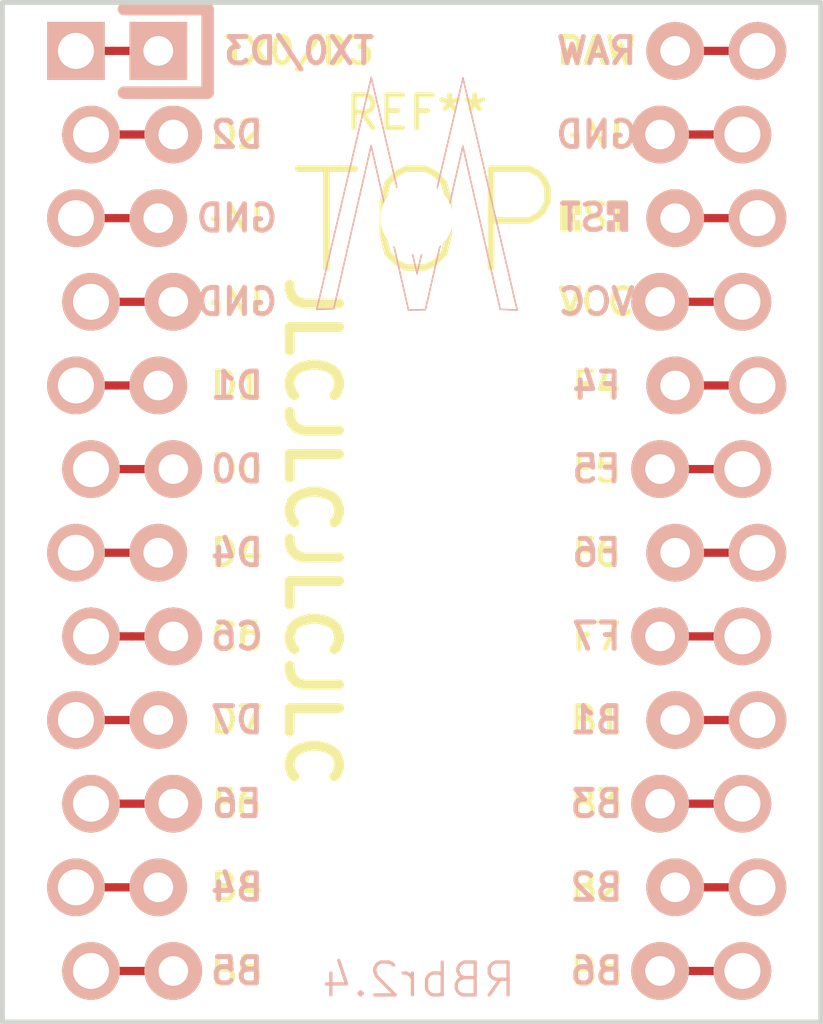
<source format=kicad_pcb>
(kicad_pcb (version 20171130) (host pcbnew 5.1.4+dfsg1-1~bpo10+1)

  (general
    (thickness 1.6)
    (drawings 22)
    (tracks 35)
    (zones 0)
    (modules 3)
    (nets 25)
  )

  (page A4)
  (layers
    (0 F.Cu signal)
    (31 B.Cu signal)
    (32 B.Adhes user)
    (33 F.Adhes user)
    (34 B.Paste user)
    (35 F.Paste user)
    (36 B.SilkS user)
    (37 F.SilkS user)
    (38 B.Mask user)
    (39 F.Mask user)
    (40 Dwgs.User user)
    (41 Cmts.User user)
    (42 Eco1.User user)
    (43 Eco2.User user)
    (44 Edge.Cuts user)
    (45 Margin user)
    (46 B.CrtYd user)
    (47 F.CrtYd user)
    (48 B.Fab user)
    (49 F.Fab user)
  )

  (setup
    (last_trace_width 0.25)
    (trace_clearance 0.2)
    (zone_clearance 0.508)
    (zone_45_only no)
    (trace_min 0.2)
    (via_size 0.8)
    (via_drill 0.4)
    (via_min_size 0.4)
    (via_min_drill 0.3)
    (uvia_size 0.3)
    (uvia_drill 0.1)
    (uvias_allowed no)
    (uvia_min_size 0.2)
    (uvia_min_drill 0.1)
    (edge_width 0.1)
    (segment_width 0.2)
    (pcb_text_width 0.3)
    (pcb_text_size 1.5 1.5)
    (mod_edge_width 0.15)
    (mod_text_size 1 1)
    (mod_text_width 0.15)
    (pad_size 1.7526 1.7526)
    (pad_drill 0.9)
    (pad_to_mask_clearance 0)
    (aux_axis_origin 0 0)
    (visible_elements 7FFFFFFF)
    (pcbplotparams
      (layerselection 0x010f0_ffffffff)
      (usegerberextensions false)
      (usegerberattributes false)
      (usegerberadvancedattributes false)
      (creategerberjobfile false)
      (excludeedgelayer true)
      (linewidth 0.100000)
      (plotframeref false)
      (viasonmask false)
      (mode 1)
      (useauxorigin false)
      (hpglpennumber 1)
      (hpglpenspeed 20)
      (hpglpendiameter 15.000000)
      (psnegative false)
      (psa4output false)
      (plotreference true)
      (plotvalue true)
      (plotinvisibletext false)
      (padsonsilk false)
      (subtractmaskfromsilk false)
      (outputformat 1)
      (mirror false)
      (drillshape 0)
      (scaleselection 1)
      (outputdirectory "../../gerbers/"))
  )

  (net 0 "")
  (net 1 "Net-(U1-Pad24)")
  (net 2 "Net-(U1-Pad12)")
  (net 3 "Net-(U1-Pad23)")
  (net 4 "Net-(U1-Pad22)")
  (net 5 "Net-(U1-Pad21)")
  (net 6 "Net-(U1-Pad20)")
  (net 7 "Net-(U1-Pad19)")
  (net 8 "Net-(U1-Pad18)")
  (net 9 "Net-(U1-Pad17)")
  (net 10 "Net-(U1-Pad16)")
  (net 11 "Net-(U1-Pad15)")
  (net 12 "Net-(U1-Pad14)")
  (net 13 "Net-(U1-Pad13)")
  (net 14 "Net-(U1-Pad11)")
  (net 15 "Net-(U1-Pad10)")
  (net 16 "Net-(U1-Pad9)")
  (net 17 "Net-(U1-Pad8)")
  (net 18 "Net-(U1-Pad7)")
  (net 19 "Net-(U1-Pad6)")
  (net 20 "Net-(U1-Pad5)")
  (net 21 "Net-(U1-Pad4)")
  (net 22 "Net-(U1-Pad3)")
  (net 23 "Net-(U1-Pad2)")
  (net 24 "Net-(U1-Pad1)")

  (net_class Default "This is the default net class."
    (clearance 0.2)
    (trace_width 0.25)
    (via_dia 0.8)
    (via_drill 0.4)
    (uvia_dia 0.3)
    (uvia_drill 0.1)
    (add_net "Net-(U1-Pad1)")
    (add_net "Net-(U1-Pad10)")
    (add_net "Net-(U1-Pad11)")
    (add_net "Net-(U1-Pad12)")
    (add_net "Net-(U1-Pad13)")
    (add_net "Net-(U1-Pad14)")
    (add_net "Net-(U1-Pad15)")
    (add_net "Net-(U1-Pad16)")
    (add_net "Net-(U1-Pad17)")
    (add_net "Net-(U1-Pad18)")
    (add_net "Net-(U1-Pad19)")
    (add_net "Net-(U1-Pad2)")
    (add_net "Net-(U1-Pad20)")
    (add_net "Net-(U1-Pad21)")
    (add_net "Net-(U1-Pad22)")
    (add_net "Net-(U1-Pad23)")
    (add_net "Net-(U1-Pad24)")
    (add_net "Net-(U1-Pad3)")
    (add_net "Net-(U1-Pad4)")
    (add_net "Net-(U1-Pad5)")
    (add_net "Net-(U1-Pad6)")
    (add_net "Net-(U1-Pad7)")
    (add_net "Net-(U1-Pad8)")
    (add_net "Net-(U1-Pad9)")
  )

  (module MountingHole:MountingHole_2.2mm_M2 (layer F.Cu) (tedit 56D1B4CB) (tstamp 5EE6C205)
    (at 89.68 59.41)
    (descr "Mounting Hole 2.2mm, no annular, M2")
    (tags "mounting hole 2.2mm no annular m2")
    (attr virtual)
    (fp_text reference REF** (at 0 -3.2) (layer F.SilkS)
      (effects (font (size 1 1) (thickness 0.15)))
    )
    (fp_text value MountingHole_2.2mm_M2 (at 0 3.2) (layer F.Fab)
      (effects (font (size 1 1) (thickness 0.15)))
    )
    (fp_circle (center 0 0) (end 2.45 0) (layer F.CrtYd) (width 0.05))
    (fp_circle (center 0 0) (end 2.2 0) (layer Cmts.User) (width 0.15))
    (fp_text user %R (at 0.3 0) (layer F.Fab)
      (effects (font (size 1 1) (thickness 0.15)))
    )
    (pad 1 np_thru_hole circle (at 0 0) (size 2.2 2.2) (drill 2.2) (layers *.Cu *.Mask))
  )

  (module Keebio-Parts:ArduinoProMicro-Mini-USB-ZigZag (layer F.Cu) (tedit 5ED5C83B) (tstamp 5EADD8E0)
    (at 89.68 68.3 270)
    (path /5E9394F7)
    (fp_text reference U2 (at 0 1.125 90) (layer F.SilkS) hide
      (effects (font (size 1.27 1.524) (thickness 0.2032)))
    )
    (fp_text value ProMicro (at 0 -1 90) (layer F.SilkS) hide
      (effects (font (size 1.27 1.524) (thickness 0.2032)))
    )
    (pad 24 thru_hole circle (at -13.97 -10.3486 270) (size 1.7526 1.7526) (drill 1.0922) (layers *.Cu *.SilkS *.Mask)
      (net 1 "Net-(U1-Pad24)"))
    (pad 12 thru_hole circle (at 13.97 9.8914 270) (size 1.7526 1.7526) (drill 1.0922) (layers *.Cu *.SilkS *.Mask)
      (net 2 "Net-(U1-Pad12)"))
    (pad 23 thru_hole circle (at -11.43 -9.8914 270) (size 1.7526 1.7526) (drill 1.0922) (layers *.Cu *.SilkS *.Mask)
      (net 3 "Net-(U1-Pad23)"))
    (pad 22 thru_hole circle (at -8.89 -10.3486 270) (size 1.7526 1.7526) (drill 1.0922) (layers *.Cu *.SilkS *.Mask)
      (net 4 "Net-(U1-Pad22)"))
    (pad 21 thru_hole circle (at -6.35 -9.8914 270) (size 1.7526 1.7526) (drill 1.0922) (layers *.Cu *.SilkS *.Mask)
      (net 5 "Net-(U1-Pad21)"))
    (pad 20 thru_hole circle (at -3.81 -10.3486 270) (size 1.7526 1.7526) (drill 1.0922) (layers *.Cu *.SilkS *.Mask)
      (net 6 "Net-(U1-Pad20)"))
    (pad 19 thru_hole circle (at -1.27 -9.8914 270) (size 1.7526 1.7526) (drill 1.0922) (layers *.Cu *.SilkS *.Mask)
      (net 7 "Net-(U1-Pad19)"))
    (pad 18 thru_hole circle (at 1.27 -10.3486 270) (size 1.7526 1.7526) (drill 1.0922) (layers *.Cu *.SilkS *.Mask)
      (net 8 "Net-(U1-Pad18)"))
    (pad 17 thru_hole circle (at 3.81 -9.8914 270) (size 1.7526 1.7526) (drill 1.0922) (layers *.Cu *.SilkS *.Mask)
      (net 9 "Net-(U1-Pad17)"))
    (pad 16 thru_hole circle (at 6.35 -10.3486 270) (size 1.7526 1.7526) (drill 1.0922) (layers *.Cu *.SilkS *.Mask)
      (net 10 "Net-(U1-Pad16)"))
    (pad 15 thru_hole circle (at 8.89 -9.8914 270) (size 1.7526 1.7526) (drill 1.0922) (layers *.Cu *.SilkS *.Mask)
      (net 11 "Net-(U1-Pad15)"))
    (pad 14 thru_hole circle (at 11.43 -10.3486 270) (size 1.7526 1.7526) (drill 1.0922) (layers *.Cu *.SilkS *.Mask)
      (net 12 "Net-(U1-Pad14)"))
    (pad 13 thru_hole circle (at 13.97 -9.8914 270) (size 1.7526 1.7526) (drill 1.0922) (layers *.Cu *.SilkS *.Mask)
      (net 13 "Net-(U1-Pad13)"))
    (pad 11 thru_hole circle (at 11.43 10.3486 270) (size 1.7526 1.7526) (drill 1.0922) (layers *.Cu *.SilkS *.Mask)
      (net 14 "Net-(U1-Pad11)"))
    (pad 10 thru_hole circle (at 8.89 9.8914 270) (size 1.7526 1.7526) (drill 1.0922) (layers *.Cu *.SilkS *.Mask)
      (net 15 "Net-(U1-Pad10)"))
    (pad 9 thru_hole circle (at 6.35 10.3486 270) (size 1.7526 1.7526) (drill 1.0922) (layers *.Cu *.SilkS *.Mask)
      (net 16 "Net-(U1-Pad9)"))
    (pad 8 thru_hole circle (at 3.81 9.8914 270) (size 1.7526 1.7526) (drill 1.0922) (layers *.Cu *.SilkS *.Mask)
      (net 17 "Net-(U1-Pad8)"))
    (pad 7 thru_hole circle (at 1.27 10.3486 270) (size 1.7526 1.7526) (drill 1.0922) (layers *.Cu *.SilkS *.Mask)
      (net 18 "Net-(U1-Pad7)"))
    (pad 6 thru_hole circle (at -1.27 9.8914 270) (size 1.7526 1.7526) (drill 1.0922) (layers *.Cu *.SilkS *.Mask)
      (net 19 "Net-(U1-Pad6)"))
    (pad 5 thru_hole circle (at -3.81 10.3486 270) (size 1.7526 1.7526) (drill 1.0922) (layers *.Cu *.SilkS *.Mask)
      (net 20 "Net-(U1-Pad5)"))
    (pad 4 thru_hole circle (at -6.35 9.8914 270) (size 1.7526 1.7526) (drill 1.0922) (layers *.Cu *.SilkS *.Mask)
      (net 21 "Net-(U1-Pad4)"))
    (pad 3 thru_hole circle (at -8.89 10.3486 270) (size 1.7526 1.7526) (drill 1.0922) (layers *.Cu *.SilkS *.Mask)
      (net 22 "Net-(U1-Pad3)"))
    (pad 2 thru_hole circle (at -11.43 9.8914 270) (size 1.7526 1.7526) (drill 1.0922) (layers *.Cu *.SilkS *.Mask)
      (net 23 "Net-(U1-Pad2)"))
    (pad 1 thru_hole rect (at -13.97 10.3486 270) (size 1.7526 1.7526) (drill 1.0922) (layers *.Cu *.SilkS *.Mask)
      (net 24 "Net-(U1-Pad1)"))
  )

  (module Keebio-Parts:ArduinoProMicro-ZigZag (layer F.Cu) (tedit 5EE66D71) (tstamp 5EAE4D75)
    (at 89.68 68.3 270)
    (path /5E939961)
    (fp_text reference U1 (at 0 1.625 270) (layer F.SilkS) hide
      (effects (font (size 1 1) (thickness 0.2)))
    )
    (fp_text value ProMicro (at 0 0 270) (layer F.SilkS) hide
      (effects (font (size 1 1) (thickness 0.2)))
    )
    (fp_line (start -15.24 6.35) (end -15.24 8.89) (layer F.SilkS) (width 0.381))
    (fp_line (start -15.24 6.35) (end -15.24 8.89) (layer B.SilkS) (width 0.381))
    (fp_poly (pts (xy -9.35097 -5.844635) (xy -9.25097 -5.844635) (xy -9.25097 -6.344635) (xy -9.35097 -6.344635)) (layer B.SilkS) (width 0.15))
    (fp_poly (pts (xy -9.35097 -5.844635) (xy -9.05097 -5.844635) (xy -9.05097 -5.944635) (xy -9.35097 -5.944635)) (layer B.SilkS) (width 0.15))
    (fp_poly (pts (xy -8.75097 -5.844635) (xy -8.55097 -5.844635) (xy -8.55097 -5.944635) (xy -8.75097 -5.944635)) (layer B.SilkS) (width 0.15))
    (fp_poly (pts (xy -9.35097 -6.244635) (xy -8.55097 -6.244635) (xy -8.55097 -6.344635) (xy -9.35097 -6.344635)) (layer B.SilkS) (width 0.15))
    (fp_poly (pts (xy -8.95097 -6.044635) (xy -8.85097 -6.044635) (xy -8.85097 -6.144635) (xy -8.95097 -6.144635)) (layer B.SilkS) (width 0.15))
    (fp_text user ST (at -8.91 -5.04) (layer B.SilkS)
      (effects (font (size 0.8 0.8) (thickness 0.15)) (justify mirror))
    )
    (fp_poly (pts (xy -8.76064 -4.931568) (xy -8.56064 -4.931568) (xy -8.56064 -4.831568) (xy -8.76064 -4.831568)) (layer F.SilkS) (width 0.15))
    (fp_poly (pts (xy -9.36064 -4.531568) (xy -8.56064 -4.531568) (xy -8.56064 -4.431568) (xy -9.36064 -4.431568)) (layer F.SilkS) (width 0.15))
    (fp_poly (pts (xy -9.36064 -4.931568) (xy -9.26064 -4.931568) (xy -9.26064 -4.431568) (xy -9.36064 -4.431568)) (layer F.SilkS) (width 0.15))
    (fp_poly (pts (xy -8.96064 -4.731568) (xy -8.86064 -4.731568) (xy -8.86064 -4.631568) (xy -8.96064 -4.631568)) (layer F.SilkS) (width 0.15))
    (fp_poly (pts (xy -9.36064 -4.931568) (xy -9.06064 -4.931568) (xy -9.06064 -4.831568) (xy -9.36064 -4.831568)) (layer F.SilkS) (width 0.15))
    (fp_line (start -12.7 6.35) (end -12.7 8.89) (layer F.SilkS) (width 0.381))
    (fp_line (start -15.24 6.35) (end -12.7 6.35) (layer F.SilkS) (width 0.381))
    (fp_text user TX0/D3 (at -13.97 3.571872) (layer F.SilkS)
      (effects (font (size 0.8 0.8) (thickness 0.15)))
    )
    (fp_text user TX0/D3 (at -13.97 3.571872) (layer B.SilkS)
      (effects (font (size 0.8 0.8) (thickness 0.15)) (justify mirror))
    )
    (fp_text user D2 (at -11.43 5.461) (layer F.SilkS)
      (effects (font (size 0.8 0.8) (thickness 0.15)))
    )
    (fp_text user D0 (at -1.27 5.461) (layer F.SilkS)
      (effects (font (size 0.8 0.8) (thickness 0.15)))
    )
    (fp_text user D1 (at -3.81 5.461) (layer F.SilkS)
      (effects (font (size 0.8 0.8) (thickness 0.15)))
    )
    (fp_text user GND (at -6.35 5.461) (layer F.SilkS)
      (effects (font (size 0.8 0.8) (thickness 0.15)))
    )
    (fp_text user GND (at -8.89 5.461) (layer F.SilkS)
      (effects (font (size 0.8 0.8) (thickness 0.15)))
    )
    (fp_text user D4 (at 1.27 5.461) (layer F.SilkS)
      (effects (font (size 0.8 0.8) (thickness 0.15)))
    )
    (fp_text user C6 (at 3.81 5.461) (layer F.SilkS)
      (effects (font (size 0.8 0.8) (thickness 0.15)))
    )
    (fp_text user D7 (at 6.35 5.461) (layer F.SilkS)
      (effects (font (size 0.8 0.8) (thickness 0.15)))
    )
    (fp_text user E6 (at 8.89 5.461) (layer F.SilkS)
      (effects (font (size 0.8 0.8) (thickness 0.15)))
    )
    (fp_text user B4 (at 11.43 5.461) (layer F.SilkS)
      (effects (font (size 0.8 0.8) (thickness 0.15)))
    )
    (fp_text user B5 (at 13.97 5.461) (layer F.SilkS)
      (effects (font (size 0.8 0.8) (thickness 0.15)))
    )
    (fp_text user B6 (at 13.97 -5.461) (layer F.SilkS)
      (effects (font (size 0.8 0.8) (thickness 0.15)))
    )
    (fp_text user B2 (at 11.43 -5.461) (layer B.SilkS)
      (effects (font (size 0.8 0.8) (thickness 0.15)) (justify mirror))
    )
    (fp_text user B3 (at 8.89 -5.461) (layer F.SilkS)
      (effects (font (size 0.8 0.8) (thickness 0.15)))
    )
    (fp_text user B1 (at 6.35 -5.461) (layer F.SilkS)
      (effects (font (size 0.8 0.8) (thickness 0.15)))
    )
    (fp_text user F7 (at 3.81 -5.461) (layer B.SilkS)
      (effects (font (size 0.8 0.8) (thickness 0.15)) (justify mirror))
    )
    (fp_text user F6 (at 1.27 -5.461) (layer B.SilkS)
      (effects (font (size 0.8 0.8) (thickness 0.15)) (justify mirror))
    )
    (fp_text user F5 (at -1.27 -5.461) (layer B.SilkS)
      (effects (font (size 0.8 0.8) (thickness 0.15)) (justify mirror))
    )
    (fp_text user F4 (at -3.81 -5.461) (layer F.SilkS)
      (effects (font (size 0.8 0.8) (thickness 0.15)))
    )
    (fp_text user VCC (at -6.35 -5.461) (layer F.SilkS)
      (effects (font (size 0.8 0.8) (thickness 0.15)))
    )
    (fp_text user ST (at -8.92 -5.73312) (layer F.SilkS)
      (effects (font (size 0.8 0.8) (thickness 0.15)))
    )
    (fp_text user GND (at -11.43 -5.461) (layer F.SilkS)
      (effects (font (size 0.8 0.8) (thickness 0.15)))
    )
    (fp_text user RAW (at -13.97 -5.461) (layer F.SilkS)
      (effects (font (size 0.8 0.8) (thickness 0.15)))
    )
    (fp_text user RAW (at -13.97 -5.461) (layer B.SilkS)
      (effects (font (size 0.8 0.8) (thickness 0.15)) (justify mirror))
    )
    (fp_text user GND (at -11.43 -5.461) (layer B.SilkS)
      (effects (font (size 0.8 0.8) (thickness 0.15)) (justify mirror))
    )
    (fp_text user VCC (at -6.35 -5.461) (layer B.SilkS)
      (effects (font (size 0.8 0.8) (thickness 0.15)) (justify mirror))
    )
    (fp_text user F4 (at -3.81 -5.461) (layer B.SilkS)
      (effects (font (size 0.8 0.8) (thickness 0.15)) (justify mirror))
    )
    (fp_text user F5 (at -1.27 -5.461) (layer F.SilkS)
      (effects (font (size 0.8 0.8) (thickness 0.15)))
    )
    (fp_text user F6 (at 1.27 -5.461) (layer F.SilkS)
      (effects (font (size 0.8 0.8) (thickness 0.15)))
    )
    (fp_text user F7 (at 3.81 -5.461) (layer F.SilkS)
      (effects (font (size 0.8 0.8) (thickness 0.15)))
    )
    (fp_text user B1 (at 6.35 -5.461) (layer B.SilkS)
      (effects (font (size 0.8 0.8) (thickness 0.15)) (justify mirror))
    )
    (fp_text user B3 (at 8.89 -5.461) (layer B.SilkS)
      (effects (font (size 0.8 0.8) (thickness 0.15)) (justify mirror))
    )
    (fp_text user B2 (at 11.43 -5.461) (layer F.SilkS)
      (effects (font (size 0.8 0.8) (thickness 0.15)))
    )
    (fp_text user B6 (at 13.97 -5.461) (layer B.SilkS)
      (effects (font (size 0.8 0.8) (thickness 0.15)) (justify mirror))
    )
    (fp_text user B5 (at 13.97 5.461) (layer B.SilkS)
      (effects (font (size 0.8 0.8) (thickness 0.15)) (justify mirror))
    )
    (fp_text user B4 (at 11.43 5.461) (layer B.SilkS)
      (effects (font (size 0.8 0.8) (thickness 0.15)) (justify mirror))
    )
    (fp_text user E6 (at 8.89 5.461) (layer B.SilkS)
      (effects (font (size 0.8 0.8) (thickness 0.15)) (justify mirror))
    )
    (fp_text user D7 (at 6.35 5.461) (layer B.SilkS)
      (effects (font (size 0.8 0.8) (thickness 0.15)) (justify mirror))
    )
    (fp_text user C6 (at 3.81 5.461) (layer B.SilkS)
      (effects (font (size 0.8 0.8) (thickness 0.15)) (justify mirror))
    )
    (fp_text user D4 (at 1.27 5.461) (layer B.SilkS)
      (effects (font (size 0.8 0.8) (thickness 0.15)) (justify mirror))
    )
    (fp_text user GND (at -8.89 5.461) (layer B.SilkS)
      (effects (font (size 0.8 0.8) (thickness 0.15)) (justify mirror))
    )
    (fp_text user GND (at -6.35 5.461) (layer B.SilkS)
      (effects (font (size 0.8 0.8) (thickness 0.15)) (justify mirror))
    )
    (fp_text user D1 (at -3.81 5.461) (layer B.SilkS)
      (effects (font (size 0.8 0.8) (thickness 0.15)) (justify mirror))
    )
    (fp_text user D0 (at -1.27 5.461) (layer B.SilkS)
      (effects (font (size 0.8 0.8) (thickness 0.15)) (justify mirror))
    )
    (fp_text user D2 (at -11.43 5.461) (layer B.SilkS)
      (effects (font (size 0.8 0.8) (thickness 0.15)) (justify mirror))
    )
    (fp_line (start -15.24 6.35) (end -12.7 6.35) (layer B.SilkS) (width 0.381))
    (fp_line (start -12.7 6.35) (end -12.7 8.89) (layer B.SilkS) (width 0.381))
    (pad 24 thru_hole circle (at -13.97 -7.8486 270) (size 1.7526 1.7526) (drill 0.9) (layers *.Cu *.SilkS *.Mask)
      (net 1 "Net-(U1-Pad24)"))
    (pad 12 thru_hole circle (at 13.97 7.3914 270) (size 1.7526 1.7526) (drill 0.9) (layers *.Cu *.SilkS *.Mask)
      (net 2 "Net-(U1-Pad12)"))
    (pad 23 thru_hole circle (at -11.43 -7.3914 270) (size 1.7526 1.7526) (drill 0.9) (layers *.Cu *.SilkS *.Mask)
      (net 3 "Net-(U1-Pad23)"))
    (pad 22 thru_hole circle (at -8.89 -7.8486 270) (size 1.7526 1.7526) (drill 0.9) (layers *.Cu *.SilkS *.Mask)
      (net 4 "Net-(U1-Pad22)"))
    (pad 21 thru_hole circle (at -6.35 -7.3914 270) (size 1.7526 1.7526) (drill 0.9) (layers *.Cu *.SilkS *.Mask)
      (net 5 "Net-(U1-Pad21)"))
    (pad 20 thru_hole circle (at -3.81 -7.8486 270) (size 1.7526 1.7526) (drill 0.9) (layers *.Cu *.SilkS *.Mask)
      (net 6 "Net-(U1-Pad20)"))
    (pad 19 thru_hole circle (at -1.27 -7.3914 270) (size 1.7526 1.7526) (drill 0.9) (layers *.Cu *.SilkS *.Mask)
      (net 7 "Net-(U1-Pad19)"))
    (pad 18 thru_hole circle (at 1.27 -7.8486 270) (size 1.7526 1.7526) (drill 0.9) (layers *.Cu *.SilkS *.Mask)
      (net 8 "Net-(U1-Pad18)"))
    (pad 17 thru_hole circle (at 3.81 -7.3914 270) (size 1.7526 1.7526) (drill 0.9) (layers *.Cu *.SilkS *.Mask)
      (net 9 "Net-(U1-Pad17)"))
    (pad 16 thru_hole circle (at 6.35 -7.8486 270) (size 1.7526 1.7526) (drill 0.9) (layers *.Cu *.SilkS *.Mask)
      (net 10 "Net-(U1-Pad16)"))
    (pad 15 thru_hole circle (at 8.89 -7.3914 270) (size 1.7526 1.7526) (drill 0.9) (layers *.Cu *.SilkS *.Mask)
      (net 11 "Net-(U1-Pad15)"))
    (pad 14 thru_hole circle (at 11.43 -7.8486 270) (size 1.7526 1.7526) (drill 0.9) (layers *.Cu *.SilkS *.Mask)
      (net 12 "Net-(U1-Pad14)"))
    (pad 13 thru_hole circle (at 13.97 -7.3914 270) (size 1.7526 1.7526) (drill 0.9) (layers *.Cu *.SilkS *.Mask)
      (net 13 "Net-(U1-Pad13)"))
    (pad 11 thru_hole circle (at 11.43 7.8486 270) (size 1.7526 1.7526) (drill 0.9) (layers *.Cu *.SilkS *.Mask)
      (net 14 "Net-(U1-Pad11)"))
    (pad 10 thru_hole circle (at 8.89 7.3914 270) (size 1.7526 1.7526) (drill 0.9) (layers *.Cu *.SilkS *.Mask)
      (net 15 "Net-(U1-Pad10)"))
    (pad 9 thru_hole circle (at 6.35 7.8486 270) (size 1.7526 1.7526) (drill 0.9) (layers *.Cu *.SilkS *.Mask)
      (net 16 "Net-(U1-Pad9)"))
    (pad 8 thru_hole circle (at 3.81 7.3914 270) (size 1.7526 1.7526) (drill 0.9) (layers *.Cu *.SilkS *.Mask)
      (net 17 "Net-(U1-Pad8)"))
    (pad 7 thru_hole circle (at 1.27 7.8486 270) (size 1.7526 1.7526) (drill 0.9) (layers *.Cu *.SilkS *.Mask)
      (net 18 "Net-(U1-Pad7)"))
    (pad 6 thru_hole circle (at -1.27 7.3914 270) (size 1.7526 1.7526) (drill 0.9) (layers *.Cu *.SilkS *.Mask)
      (net 19 "Net-(U1-Pad6)"))
    (pad 5 thru_hole circle (at -3.81 7.8486 270) (size 1.7526 1.7526) (drill 0.9) (layers *.Cu *.SilkS *.Mask)
      (net 20 "Net-(U1-Pad5)"))
    (pad 4 thru_hole circle (at -6.35 7.3914 270) (size 1.7526 1.7526) (drill 0.9) (layers *.Cu *.SilkS *.Mask)
      (net 21 "Net-(U1-Pad4)"))
    (pad 3 thru_hole circle (at -8.89 7.8486 270) (size 1.7526 1.7526) (drill 0.9) (layers *.Cu *.SilkS *.Mask)
      (net 22 "Net-(U1-Pad3)"))
    (pad 2 thru_hole circle (at -11.43 7.3914 270) (size 1.7526 1.7526) (drill 0.9) (layers *.Cu *.SilkS *.Mask)
      (net 23 "Net-(U1-Pad2)"))
    (pad 1 thru_hole rect (at -13.97 7.8486 270) (size 1.7526 1.7526) (drill 0.9) (layers *.Cu *.SilkS *.Mask)
      (net 24 "Net-(U1-Pad1)"))
    (model /Users/danny/Documents/proj/custom-keyboard/kicad-libs/3d_models/ArduinoProMicro.wrl
      (offset (xyz -13.96999979019165 -7.619999885559082 -5.841999912261963))
      (scale (xyz 0.395 0.395 0.395))
      (rotate (xyz 90 180 180))
    )
  )

  (gr_text JLCJLCJLCJLC (at 86.5 68.93 270) (layer F.SilkS) (tstamp 5EAF120C)
    (effects (font (size 1.5 1.5) (thickness 0.3)))
  )
  (gr_text TOP (at 90.01 59.53) (layer F.SilkS) (tstamp 5EAE5D93)
    (effects (font (size 3 3) (thickness 0.2)))
  )
  (gr_text RBbr2.4 (at 89.74 82.54) (layer B.SilkS) (tstamp 5EADD511)
    (effects (font (size 1 1) (thickness 0.1)) (justify mirror))
  )
  (gr_line (start 77.1 52.86) (end 101.95 52.86) (layer Edge.Cuts) (width 0.15) (tstamp 5EAE524E))
  (gr_line (start 77.1 83.82) (end 101.95 83.82) (layer Edge.Cuts) (width 0.15) (tstamp 5EAE5242))
  (gr_line (start 77.1 52.86) (end 77.1 83.82) (layer Edge.Cuts) (width 0.15) (tstamp 5EAE5263))
  (gr_line (start 101.95 52.86) (end 101.95 83.82) (layer Edge.Cuts) (width 0.15) (tstamp 5EAE523C))
  (gr_line (start 78.08 52.86) (end 101.2 52.86) (layer Dwgs.User) (width 0.15) (tstamp 5EAE5184))
  (gr_line (start 78.08 52.86) (end 78.09 83.65) (layer Dwgs.User) (width 0.15) (tstamp 5EAE5181))
  (gr_line (start 101.2 52.86) (end 101.21 83.65) (layer Dwgs.User) (width 0.15) (tstamp 5EADD0BF))
  (gr_line (start 78.09 83.65) (end 101.21 83.65) (layer Dwgs.User) (width 0.15) (tstamp 5EADD0AF))
  (gr_line (start 92.215465 62.179613) (end 92.730906 62.199226) (layer B.SilkS) (width 0.05) (tstamp 5EAE539D))
  (gr_line (start 86.644559 62.179613) (end 87.16 62.16) (layer B.SilkS) (width 0.05) (tstamp 5EAE53A0))
  (gr_line (start 89.943527 62.190132) (end 91.080459 57.22777) (layer B.SilkS) (width 0.05) (tstamp 5EAE53A3))
  (gr_line (start 89.430012 62.199226) (end 89.943527 62.190132) (layer B.SilkS) (width 0.05) (tstamp 5EAE53A6))
  (gr_line (start 91.080459 57.22777) (end 92.215465 62.179613) (layer B.SilkS) (width 0.05) (tstamp 5EAE53A9))
  (gr_line (start 91.085248 55.154467) (end 89.690037 61.092551) (layer B.SilkS) (width 0.05) (tstamp 5EAE53AC))
  (gr_line (start 92.730906 62.199226) (end 91.085248 55.154467) (layer B.SilkS) (width 0.05) (tstamp 5EAE53AF))
  (gr_line (start 88.295006 57.208157) (end 89.430012 62.199226) (layer B.SilkS) (width 0.05) (tstamp 5EAE53B2))
  (gr_line (start 88.299796 55.134854) (end 86.644559 62.179613) (layer B.SilkS) (width 0.05) (tstamp 5EAE53B5))
  (gr_line (start 89.690037 61.092551) (end 88.299796 55.134854) (layer B.SilkS) (width 0.05) (tstamp 5EAE53B8))
  (gr_line (start 87.16 62.16) (end 88.295006 57.208157) (layer B.SilkS) (width 0.05) (tstamp 5EAE53BB))

  (segment (start 97.5286 54.33) (end 100.0286 54.33) (width 0.25) (layer F.Cu) (net 1))
  (segment (start 79.7886 82.27) (end 82.2886 82.27) (width 0.25) (layer F.Cu) (net 2))
  (segment (start 98.332125 56.87) (end 97.0714 56.87) (width 0.25) (layer F.Cu) (net 3))
  (segment (start 99.5714 56.87) (end 98.332125 56.87) (width 0.25) (layer F.Cu) (net 3))
  (segment (start 100.0286 59.41) (end 97.5286 59.41) (width 0.25) (layer F.Cu) (net 4))
  (segment (start 99.5714 61.95) (end 97.0714 61.95) (width 0.25) (layer F.Cu) (net 5))
  (segment (start 97.5286 64.49) (end 100.0286 64.49) (width 0.25) (layer F.Cu) (net 6))
  (segment (start 97.0714 67.03) (end 99.5714 67.03) (width 0.25) (layer F.Cu) (net 7))
  (segment (start 97.5286 69.57) (end 100.0286 69.57) (width 0.25) (layer F.Cu) (net 8))
  (segment (start 97.0714 72.11) (end 99.5714 72.11) (width 0.25) (layer F.Cu) (net 9))
  (segment (start 98.767875 74.65) (end 100.0286 74.65) (width 0.25) (layer F.Cu) (net 10))
  (segment (start 97.5286 74.65) (end 98.767875 74.65) (width 0.25) (layer F.Cu) (net 10))
  (segment (start 97.0714 77.19) (end 99.5714 77.19) (width 0.25) (layer F.Cu) (net 11))
  (segment (start 98.767875 79.73) (end 100.0286 79.73) (width 0.25) (layer F.Cu) (net 12))
  (segment (start 97.5286 79.73) (end 98.767875 79.73) (width 0.25) (layer F.Cu) (net 12))
  (segment (start 98.310675 82.27) (end 99.5714 82.27) (width 0.25) (layer F.Cu) (net 13))
  (segment (start 97.0714 82.27) (end 98.310675 82.27) (width 0.25) (layer F.Cu) (net 13))
  (segment (start 80.570675 79.73) (end 81.8314 79.73) (width 0.25) (layer F.Cu) (net 14))
  (segment (start 79.3314 79.73) (end 80.570675 79.73) (width 0.25) (layer F.Cu) (net 14))
  (segment (start 79.7886 77.19) (end 82.2886 77.19) (width 0.25) (layer F.Cu) (net 15))
  (segment (start 79.3314 74.65) (end 81.8314 74.65) (width 0.25) (layer F.Cu) (net 16))
  (segment (start 81.027875 72.11) (end 82.2886 72.11) (width 0.25) (layer F.Cu) (net 17))
  (segment (start 79.7886 72.11) (end 81.027875 72.11) (width 0.25) (layer F.Cu) (net 17))
  (segment (start 79.3314 69.57) (end 81.8314 69.57) (width 0.25) (layer F.Cu) (net 18))
  (segment (start 81.027875 67.03) (end 82.2886 67.03) (width 0.25) (layer F.Cu) (net 19))
  (segment (start 79.7886 67.03) (end 81.027875 67.03) (width 0.25) (layer F.Cu) (net 19))
  (segment (start 80.570675 64.49) (end 81.8314 64.49) (width 0.25) (layer F.Cu) (net 20))
  (segment (start 79.3314 64.49) (end 80.570675 64.49) (width 0.25) (layer F.Cu) (net 20))
  (segment (start 79.7886 61.95) (end 82.2886 61.95) (width 0.25) (layer F.Cu) (net 21))
  (segment (start 80.570675 59.41) (end 81.8314 59.41) (width 0.25) (layer F.Cu) (net 22))
  (segment (start 79.3314 59.41) (end 80.570675 59.41) (width 0.25) (layer F.Cu) (net 22))
  (segment (start 81.027875 56.87) (end 82.2886 56.87) (width 0.25) (layer F.Cu) (net 23))
  (segment (start 79.7886 56.87) (end 81.027875 56.87) (width 0.25) (layer F.Cu) (net 23))
  (segment (start 80.4577 54.33) (end 81.8314 54.33) (width 0.25) (layer F.Cu) (net 24))
  (segment (start 79.3314 54.33) (end 80.4577 54.33) (width 0.25) (layer F.Cu) (net 24))

)

</source>
